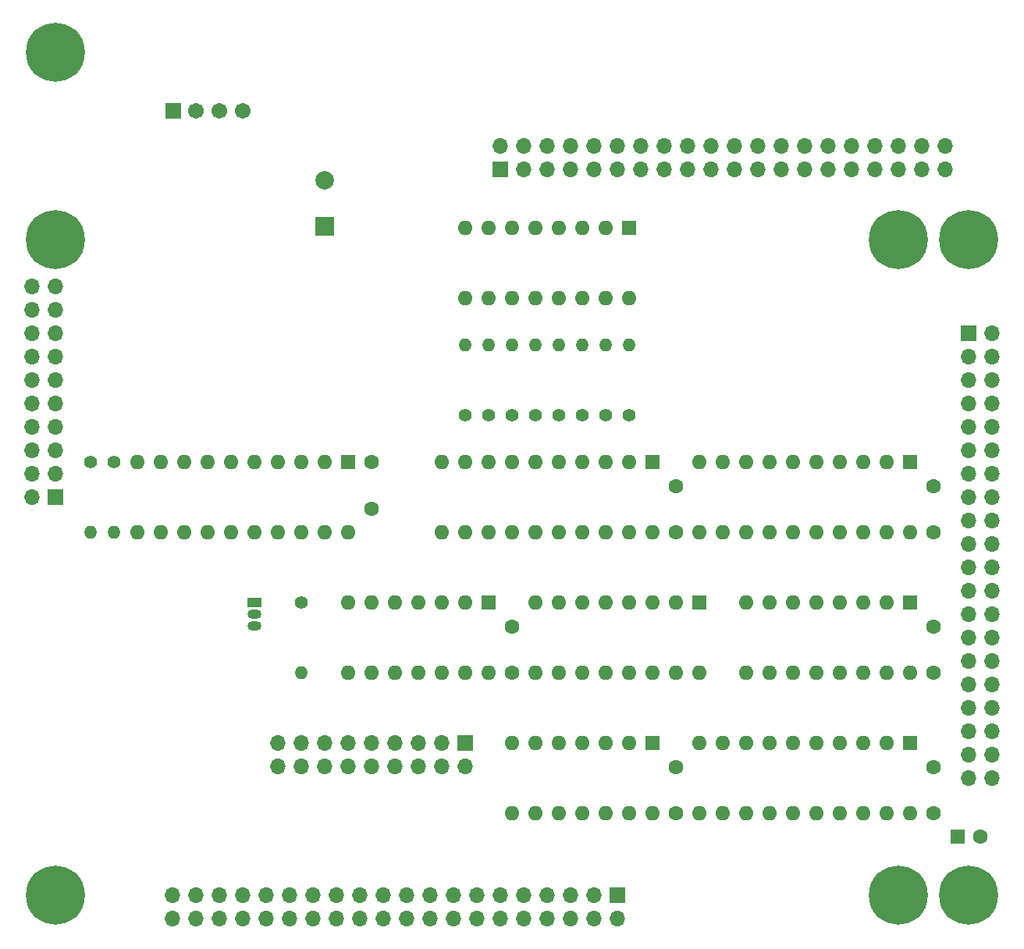
<source format=gbs>
G04 #@! TF.GenerationSoftware,KiCad,Pcbnew,8.0.4*
G04 #@! TF.CreationDate,2024-09-22T21:38:39-05:00*
G04 #@! TF.ProjectId,Exp8b,45787038-622e-46b6-9963-61645f706362,rev?*
G04 #@! TF.SameCoordinates,Original*
G04 #@! TF.FileFunction,Soldermask,Bot*
G04 #@! TF.FilePolarity,Negative*
%FSLAX46Y46*%
G04 Gerber Fmt 4.6, Leading zero omitted, Abs format (unit mm)*
G04 Created by KiCad (PCBNEW 8.0.4) date 2024-09-22 21:38:39*
%MOMM*%
%LPD*%
G01*
G04 APERTURE LIST*
G04 Aperture macros list*
%AMRoundRect*
0 Rectangle with rounded corners*
0 $1 Rounding radius*
0 $2 $3 $4 $5 $6 $7 $8 $9 X,Y pos of 4 corners*
0 Add a 4 corners polygon primitive as box body*
4,1,4,$2,$3,$4,$5,$6,$7,$8,$9,$2,$3,0*
0 Add four circle primitives for the rounded corners*
1,1,$1+$1,$2,$3*
1,1,$1+$1,$4,$5*
1,1,$1+$1,$6,$7*
1,1,$1+$1,$8,$9*
0 Add four rect primitives between the rounded corners*
20,1,$1+$1,$2,$3,$4,$5,0*
20,1,$1+$1,$4,$5,$6,$7,0*
20,1,$1+$1,$6,$7,$8,$9,0*
20,1,$1+$1,$8,$9,$2,$3,0*%
G04 Aperture macros list end*
%ADD10C,0.800000*%
%ADD11C,6.400000*%
%ADD12R,1.600000X1.600000*%
%ADD13O,1.600000X1.600000*%
%ADD14C,1.400000*%
%ADD15O,1.400000X1.400000*%
%ADD16R,1.700000X1.700000*%
%ADD17O,1.700000X1.700000*%
%ADD18C,1.600000*%
%ADD19R,1.500000X1.050000*%
%ADD20O,1.500000X1.050000*%
%ADD21C,2.000000*%
%ADD22R,2.000000X2.000000*%
%ADD23RoundRect,0.102000X0.754000X0.754000X-0.754000X0.754000X-0.754000X-0.754000X0.754000X-0.754000X0*%
%ADD24C,1.712000*%
G04 APERTURE END LIST*
D10*
X52210000Y-44450000D03*
X52912944Y-42752944D03*
X52912944Y-46147056D03*
X54610000Y-42050000D03*
D11*
X54610000Y-44450000D03*
D10*
X54610000Y-46850000D03*
X56307056Y-42752944D03*
X56307056Y-46147056D03*
X57010000Y-44450000D03*
X143650000Y-135890000D03*
X144352944Y-134192944D03*
X144352944Y-137587056D03*
X146050000Y-133490000D03*
D11*
X146050000Y-135890000D03*
D10*
X146050000Y-138290000D03*
X147747056Y-134192944D03*
X147747056Y-137587056D03*
X148450000Y-135890000D03*
X143650000Y-64770000D03*
X144352944Y-63072944D03*
X144352944Y-66467056D03*
X146050000Y-62370000D03*
D11*
X146050000Y-64770000D03*
D10*
X146050000Y-67170000D03*
X147747056Y-63072944D03*
X147747056Y-66467056D03*
X148450000Y-64770000D03*
D12*
X147320000Y-88900000D03*
D13*
X144780000Y-88900000D03*
X142240001Y-88900000D03*
X139700000Y-88900000D03*
X137160000Y-88900000D03*
X134620000Y-88900000D03*
X132080000Y-88900000D03*
X129539999Y-88900000D03*
X127000000Y-88900000D03*
X124460000Y-88900000D03*
X124460000Y-96520000D03*
X127000000Y-96520000D03*
X129540000Y-96520000D03*
X132080000Y-96520000D03*
X134620000Y-96520000D03*
X137160000Y-96520000D03*
X139700000Y-96520000D03*
X142240000Y-96520000D03*
X144780000Y-96520000D03*
X147320000Y-96520000D03*
D14*
X116840000Y-83820001D03*
D15*
X116840000Y-76200001D03*
D14*
X114300000Y-83820001D03*
D15*
X114300000Y-76200001D03*
D12*
X147320000Y-104140000D03*
D13*
X144780000Y-104140000D03*
X142240001Y-104140000D03*
X139700000Y-104140000D03*
X137160000Y-104140000D03*
X134620000Y-104140000D03*
X132080000Y-104140000D03*
X129539999Y-104140000D03*
X129540000Y-111760000D03*
X132080000Y-111760000D03*
X134620000Y-111760000D03*
X137160000Y-111760000D03*
X139700000Y-111760000D03*
X142240000Y-111760000D03*
X144780000Y-111760000D03*
X147320000Y-111760000D03*
D16*
X115570000Y-135890000D03*
D17*
X115570000Y-138430000D03*
X113030000Y-135890000D03*
X113030000Y-138430000D03*
X110490001Y-135890000D03*
X110490000Y-138430000D03*
X107950000Y-135890000D03*
X107950000Y-138430000D03*
X105410000Y-135890000D03*
X105410000Y-138430000D03*
X102870000Y-135890000D03*
X102870000Y-138430000D03*
X100330000Y-135890000D03*
X100330000Y-138430000D03*
X97789999Y-135890000D03*
X97790000Y-138430000D03*
X95250000Y-135890000D03*
X95250000Y-138430000D03*
X92710000Y-135890000D03*
X92710000Y-138430000D03*
X90170000Y-135890000D03*
X90170000Y-138430000D03*
X87630001Y-135890000D03*
X87630000Y-138430000D03*
X85090000Y-135890000D03*
X85090000Y-138430000D03*
X82550000Y-135890000D03*
X82550000Y-138430000D03*
X80010000Y-135890000D03*
X80010000Y-138430000D03*
X77470001Y-135890000D03*
X77470000Y-138430000D03*
X74929999Y-135890000D03*
X74930000Y-138430000D03*
X72390000Y-135890000D03*
X72390000Y-138430000D03*
X69850000Y-135890000D03*
X69850000Y-138430000D03*
X67310000Y-135890000D03*
X67310000Y-138430000D03*
D14*
X60960000Y-88900000D03*
D15*
X60960000Y-96520000D03*
D10*
X52210000Y-135890000D03*
X52912944Y-134192944D03*
X52912944Y-137587056D03*
X54610000Y-133490000D03*
D11*
X54610000Y-135890000D03*
D10*
X54610000Y-138290000D03*
X56307056Y-134192944D03*
X56307056Y-137587056D03*
X57010000Y-135890000D03*
D14*
X58420000Y-88900000D03*
D15*
X58420000Y-96520000D03*
D12*
X147320000Y-119380000D03*
D13*
X144780000Y-119380000D03*
X142240001Y-119380000D03*
X139700000Y-119380000D03*
X137160000Y-119380000D03*
X134620000Y-119380000D03*
X132080000Y-119380000D03*
X129539999Y-119380000D03*
X127000000Y-119380000D03*
X124460000Y-119380000D03*
X124460000Y-127000000D03*
X127000000Y-127000000D03*
X129540000Y-127000000D03*
X132080000Y-127000000D03*
X134620000Y-127000000D03*
X137160000Y-127000000D03*
X139700000Y-127000000D03*
X142240000Y-127000000D03*
X144780000Y-127000000D03*
X147320000Y-127000000D03*
D14*
X106680000Y-83820001D03*
D15*
X106680000Y-76200001D03*
D12*
X86360000Y-88900000D03*
D13*
X83820000Y-88900000D03*
X81280001Y-88900000D03*
X78740000Y-88900000D03*
X76200000Y-88900000D03*
X73660000Y-88900000D03*
X71120000Y-88900000D03*
X68579999Y-88900000D03*
X66040000Y-88900000D03*
X63500000Y-88900000D03*
X63500000Y-96520000D03*
X66040000Y-96520000D03*
X68580000Y-96520000D03*
X71120000Y-96520000D03*
X73660000Y-96520000D03*
X76200000Y-96520000D03*
X78740000Y-96520000D03*
X81280000Y-96520000D03*
X83820000Y-96520000D03*
X86360000Y-96520000D03*
D18*
X149860000Y-96520000D03*
X149860000Y-91520000D03*
X149860000Y-111760000D03*
X149860000Y-106760000D03*
D16*
X153670000Y-74930000D03*
D17*
X156210000Y-74930000D03*
X153670000Y-77470000D03*
X156210000Y-77470000D03*
X153670000Y-80009999D03*
X156210000Y-80010000D03*
X153670000Y-82550000D03*
X156210000Y-82550000D03*
X153670000Y-85090000D03*
X156210000Y-85090000D03*
X153670000Y-87630000D03*
X156210000Y-87630000D03*
X153670000Y-90170000D03*
X156210000Y-90170000D03*
X153670000Y-92710001D03*
X156210000Y-92710000D03*
X153670000Y-95250000D03*
X156210000Y-95250000D03*
X153670000Y-97790000D03*
X156210000Y-97790000D03*
X153670000Y-100330000D03*
X156210000Y-100330000D03*
X153670000Y-102869999D03*
X156210000Y-102870000D03*
X153670000Y-105410000D03*
X156210000Y-105410000D03*
X153670000Y-107950000D03*
X156210000Y-107950000D03*
X153670000Y-110490000D03*
X156210000Y-110490000D03*
X153670000Y-113029999D03*
X156210000Y-113030000D03*
X153670000Y-115570001D03*
X156210000Y-115570000D03*
X153670000Y-118110000D03*
X156210000Y-118110000D03*
X153670000Y-120650000D03*
X156210000Y-120650000D03*
X153670000Y-123190000D03*
X156210000Y-123190000D03*
D18*
X121920000Y-127000000D03*
X121920000Y-122000000D03*
D16*
X54615000Y-92705000D03*
D17*
X52075000Y-92705000D03*
X54615000Y-90165000D03*
X52075000Y-90165000D03*
X54615000Y-87625000D03*
X52075000Y-87625000D03*
X54615000Y-85085000D03*
X52075000Y-85085000D03*
X54615000Y-82545000D03*
X52075000Y-82545000D03*
X54615000Y-80005000D03*
X52075000Y-80005000D03*
X54615000Y-77465000D03*
X52075000Y-77465000D03*
X54615000Y-74925000D03*
X52075000Y-74925000D03*
X54615000Y-72385000D03*
X52075000Y-72385000D03*
X54615000Y-69845000D03*
X52075000Y-69845000D03*
D18*
X149860000Y-127000000D03*
X149860000Y-122000000D03*
X104140000Y-111760000D03*
X104140000Y-106760000D03*
D12*
X116840001Y-63500000D03*
D13*
X114300001Y-63500000D03*
X111760002Y-63500000D03*
X109220001Y-63500000D03*
X106680001Y-63500000D03*
X104140001Y-63500000D03*
X101600001Y-63500000D03*
X99060000Y-63500000D03*
X99060001Y-71120000D03*
X101600001Y-71120000D03*
X104140001Y-71120000D03*
X106680001Y-71120000D03*
X109220001Y-71120000D03*
X111760001Y-71120000D03*
X114300001Y-71120000D03*
X116840001Y-71120000D03*
D19*
X76200000Y-104140000D03*
D20*
X76200000Y-105410001D03*
X76200000Y-106680000D03*
D10*
X151270000Y-135890000D03*
X151972944Y-134192944D03*
X151972944Y-137587056D03*
X153670000Y-133490000D03*
D11*
X153670000Y-135890000D03*
D10*
X153670000Y-138290000D03*
X155367056Y-134192944D03*
X155367056Y-137587056D03*
X156070000Y-135890000D03*
D21*
X83820000Y-58327678D03*
D22*
X83820000Y-63327678D03*
D12*
X124460000Y-104140000D03*
D13*
X121920000Y-104140000D03*
X119380001Y-104140000D03*
X116840000Y-104140000D03*
X114300000Y-104140000D03*
X111760000Y-104140000D03*
X109220000Y-104140000D03*
X106679999Y-104140000D03*
X106680000Y-111760000D03*
X109220000Y-111760000D03*
X111760000Y-111760000D03*
X114300000Y-111760000D03*
X116840000Y-111760000D03*
X119380000Y-111760000D03*
X121920000Y-111760000D03*
X124460000Y-111760000D03*
D14*
X111760000Y-83820000D03*
D15*
X111760000Y-76200000D03*
D16*
X102870000Y-57150000D03*
D17*
X102870000Y-54610000D03*
X105410000Y-57150000D03*
X105410000Y-54610000D03*
X107949999Y-57150000D03*
X107950000Y-54610000D03*
X110490000Y-57150000D03*
X110490000Y-54610000D03*
X113030000Y-57150000D03*
X113030000Y-54610000D03*
X115570000Y-57150000D03*
X115570000Y-54610000D03*
X118110000Y-57150000D03*
X118110000Y-54610000D03*
X120650001Y-57150000D03*
X120650000Y-54610000D03*
X123190000Y-57150000D03*
X123190000Y-54610000D03*
X125730000Y-57150000D03*
X125730000Y-54610000D03*
X128270000Y-57150000D03*
X128270000Y-54610000D03*
X130809999Y-57150000D03*
X130810000Y-54610000D03*
X133350000Y-57150000D03*
X133350000Y-54610000D03*
X135890000Y-57150000D03*
X135890000Y-54610000D03*
X138430000Y-57150000D03*
X138430000Y-54610000D03*
X140969999Y-57150000D03*
X140970000Y-54610000D03*
X143510001Y-57150000D03*
X143510000Y-54610000D03*
X146050000Y-57150000D03*
X146050000Y-54610000D03*
X148590000Y-57150000D03*
X148590000Y-54610000D03*
X151130000Y-57150000D03*
X151130000Y-54610000D03*
D12*
X152440000Y-129540000D03*
D18*
X154940000Y-129540000D03*
D12*
X119380000Y-119380000D03*
D13*
X116840000Y-119380000D03*
X114300001Y-119380000D03*
X111760000Y-119380000D03*
X109220000Y-119380000D03*
X106680000Y-119380000D03*
X104140000Y-119380000D03*
X104140000Y-127000000D03*
X106680000Y-127000000D03*
X109220000Y-127000000D03*
X111760000Y-127000000D03*
X114300000Y-127000000D03*
X116840000Y-127000000D03*
X119380000Y-127000000D03*
D12*
X119380000Y-88900000D03*
D13*
X116840000Y-88900000D03*
X114300001Y-88900000D03*
X111760000Y-88900000D03*
X109220000Y-88900000D03*
X106680000Y-88900000D03*
X104140000Y-88900000D03*
X101599999Y-88900000D03*
X99060000Y-88900000D03*
X96520000Y-88900000D03*
X96520000Y-96520000D03*
X99060000Y-96520000D03*
X101600000Y-96520000D03*
X104140000Y-96520000D03*
X106680000Y-96520000D03*
X109220000Y-96520000D03*
X111760000Y-96520000D03*
X114300000Y-96520000D03*
X116840000Y-96520000D03*
X119380000Y-96520000D03*
D16*
X99060000Y-119380000D03*
D17*
X99060000Y-121920000D03*
X96520000Y-119380000D03*
X96520000Y-121920000D03*
X93980001Y-119380000D03*
X93980000Y-121920000D03*
X91440000Y-119380000D03*
X91440000Y-121920000D03*
X88900000Y-119380000D03*
X88900000Y-121920000D03*
X86360000Y-119380000D03*
X86360000Y-121920000D03*
X83820000Y-119380000D03*
X83820000Y-121920000D03*
X81279999Y-119380000D03*
X81280000Y-121920000D03*
X78740000Y-119380000D03*
X78740000Y-121920000D03*
D14*
X81280000Y-104140000D03*
D15*
X81280000Y-111760000D03*
D10*
X52210000Y-64770000D03*
X52912944Y-63072944D03*
X52912944Y-66467056D03*
X54610000Y-62370000D03*
D11*
X54610000Y-64770000D03*
D10*
X54610000Y-67170000D03*
X56307056Y-63072944D03*
X56307056Y-66467056D03*
X57010000Y-64770000D03*
D18*
X88900000Y-93940000D03*
X88900000Y-88940000D03*
D23*
X67370000Y-50800000D03*
D24*
X69870000Y-50800000D03*
X72370000Y-50800000D03*
X74870000Y-50800000D03*
D14*
X104140000Y-83820001D03*
D15*
X104140000Y-76200001D03*
D14*
X109220000Y-83820001D03*
D15*
X109220000Y-76200001D03*
D12*
X101600000Y-104140000D03*
D13*
X99060000Y-104140000D03*
X96520001Y-104140000D03*
X93980000Y-104140000D03*
X91440000Y-104140000D03*
X88900000Y-104140000D03*
X86360000Y-104140000D03*
X86360000Y-111760000D03*
X88900000Y-111760000D03*
X91440000Y-111760000D03*
X93980000Y-111760000D03*
X96520000Y-111760000D03*
X99060000Y-111760000D03*
X101600000Y-111760000D03*
D14*
X99060000Y-83820000D03*
D15*
X99060000Y-76200000D03*
D14*
X101600000Y-83820001D03*
D15*
X101600000Y-76200001D03*
D10*
X151270000Y-64770000D03*
X151972944Y-63072944D03*
X151972944Y-66467056D03*
X153670000Y-62370000D03*
D11*
X153670000Y-64770000D03*
D10*
X153670000Y-67170000D03*
X155367056Y-63072944D03*
X155367056Y-66467056D03*
X156070000Y-64770000D03*
D18*
X121920000Y-96520000D03*
X121920000Y-91520000D03*
M02*

</source>
